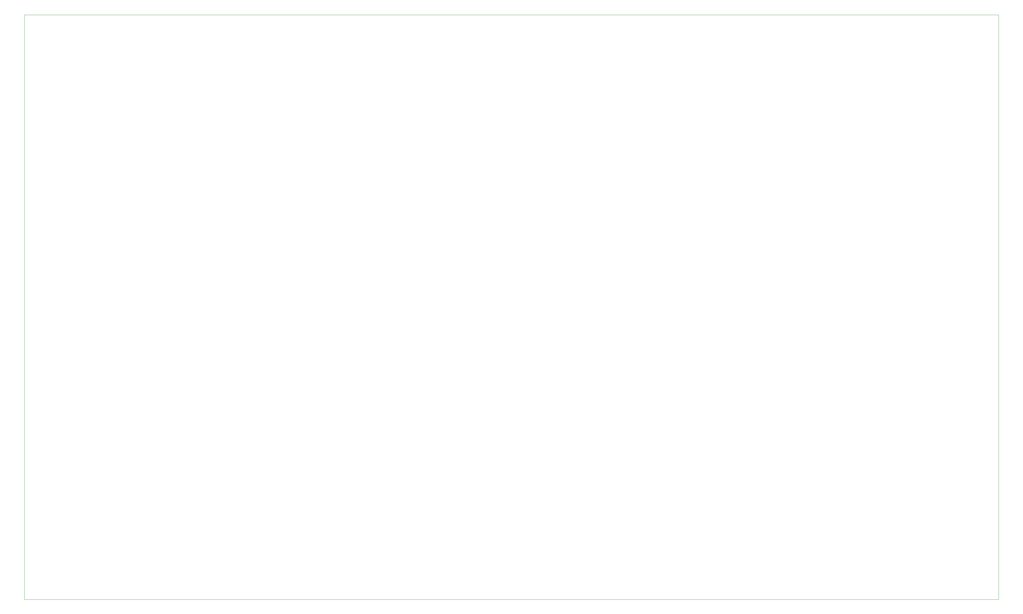
<source format=gbr>
%TF.GenerationSoftware,Altium Limited,Altium Designer,22.6.1 (34)*%
G04 Layer_Color=0*
%FSLAX26Y26*%
%MOIN*%
%TF.SameCoordinates,08F94D22-2ED8-4738-ABBF-34BB79D8E07D*%
%TF.FilePolarity,Positive*%
%TF.FileFunction,Profile,NP*%
%TF.Part,Single*%
G01*
G75*
%TA.AperFunction,Profile*%
%ADD396C,0.001000*%
D396*
X0Y0D02*
X12500000D01*
Y7500000D01*
X0D01*
Y0D01*
%TF.MD5,b9bb41e16ff189fd20107f960acd8838*%
M02*

</source>
